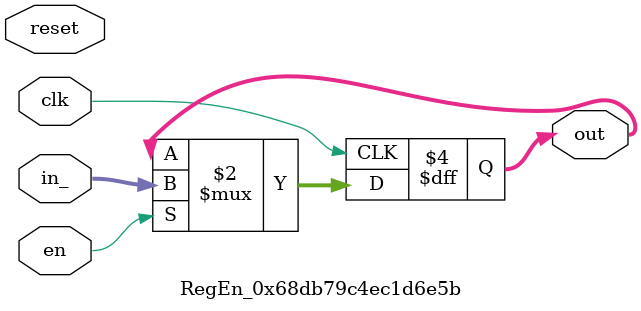
<source format=v>

module RegEn_0x68db79c4ec1d6e5b
(
  input  wire [   0:0] clk,
  input  wire [   0:0] en,
  input  wire [  15:0] in_,
  output reg  [  15:0] out,
  input  wire [   0:0] reset
);



  // PYMTL SOURCE:
  //
  // @s.posedge_clk
  // def seq_logic():
  //       if s.en:
  //         s.out.next = s.in_

  // logic for seq_logic()
  always @ (posedge clk) begin
    if (en) begin
      out <= in_;
    end
    else begin
    end
  end


endmodule
</source>
